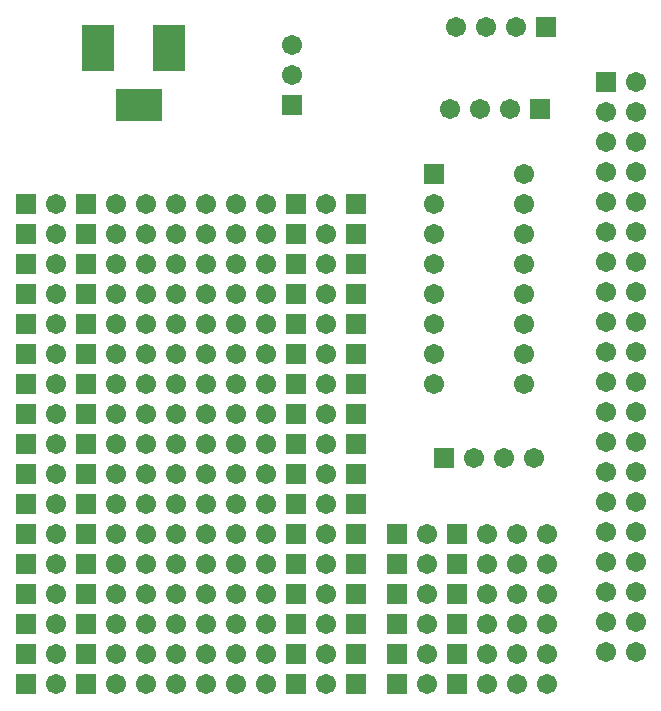
<source format=gbs>
%FSLAX44Y44*%
%MOMM*%
G71*
G01*
G75*
G04 Layer_Color=16711935*
%ADD10C,0.2000*%
%ADD11C,0.3000*%
%ADD12C,0.6000*%
%ADD13C,0.8000*%
%ADD14C,1.0000*%
%ADD15C,0.5000*%
%ADD16C,0.2032*%
%ADD17R,1.5000X1.5000*%
%ADD18C,1.5000*%
%ADD19C,0.9144*%
%ADD20R,2.5000X3.8000*%
%ADD21R,3.8000X2.5000*%
%ADD22R,1.5000X1.5000*%
%ADD23C,1.0000*%
%ADD24C,0.6096*%
%ADD25C,0.6350*%
%ADD26C,0.2500*%
%ADD27C,0.2540*%
%ADD28C,0.1540*%
%ADD29R,1.7032X1.7032*%
%ADD30C,1.7032*%
%ADD31R,2.7032X4.0032*%
%ADD32R,4.0032X2.7032*%
%ADD33R,1.7032X1.7032*%
D29*
X255000Y37000D02*
D03*
X380150Y228650D02*
D03*
X305800Y316400D02*
D03*
Y240200D02*
D03*
X26400D02*
D03*
X305800Y189400D02*
D03*
X26400Y37000D02*
D03*
Y341800D02*
D03*
X305800Y214800D02*
D03*
Y341800D02*
D03*
X26400Y189400D02*
D03*
Y316400D02*
D03*
X305800Y138600D02*
D03*
Y265600D02*
D03*
X26400Y87800D02*
D03*
Y214800D02*
D03*
X305800Y164000D02*
D03*
Y291000D02*
D03*
X26400Y62400D02*
D03*
Y367200D02*
D03*
X305800Y87800D02*
D03*
Y418000D02*
D03*
X26400Y113200D02*
D03*
Y418000D02*
D03*
X305800Y113200D02*
D03*
Y443400D02*
D03*
X26400Y265600D02*
D03*
Y392600D02*
D03*
X305800Y37000D02*
D03*
Y367200D02*
D03*
X26400Y164000D02*
D03*
Y291000D02*
D03*
X305800Y62400D02*
D03*
Y392600D02*
D03*
X26400Y138600D02*
D03*
Y443400D02*
D03*
X340600Y113200D02*
D03*
Y87800D02*
D03*
Y164000D02*
D03*
Y138600D02*
D03*
Y37000D02*
D03*
Y62400D02*
D03*
X466500Y593100D02*
D03*
X77200Y316400D02*
D03*
Y341800D02*
D03*
Y265600D02*
D03*
Y291000D02*
D03*
Y418000D02*
D03*
Y443400D02*
D03*
Y367200D02*
D03*
Y392600D02*
D03*
Y240200D02*
D03*
Y87800D02*
D03*
Y113200D02*
D03*
Y37000D02*
D03*
Y62400D02*
D03*
Y189400D02*
D03*
Y214800D02*
D03*
Y138600D02*
D03*
Y164000D02*
D03*
X391400Y138600D02*
D03*
Y87800D02*
D03*
X255000Y164000D02*
D03*
Y138600D02*
D03*
Y113200D02*
D03*
Y62400D02*
D03*
Y392600D02*
D03*
Y367200D02*
D03*
Y418000D02*
D03*
Y87800D02*
D03*
Y341800D02*
D03*
X391400Y113200D02*
D03*
Y37000D02*
D03*
Y62400D02*
D03*
X255000Y443400D02*
D03*
Y265600D02*
D03*
Y240200D02*
D03*
Y316400D02*
D03*
Y291000D02*
D03*
Y214800D02*
D03*
Y189400D02*
D03*
X391400Y164000D02*
D03*
X371900Y468900D02*
D03*
X461900Y523900D02*
D03*
D30*
X229600Y37000D02*
D03*
X204200D02*
D03*
X178800D02*
D03*
X405550Y228650D02*
D03*
X430950D02*
D03*
X456350D02*
D03*
X280400Y316400D02*
D03*
Y240200D02*
D03*
X51800D02*
D03*
X280400Y189400D02*
D03*
X51800Y37000D02*
D03*
Y341800D02*
D03*
X280400Y214800D02*
D03*
Y341800D02*
D03*
X51800Y189400D02*
D03*
Y316400D02*
D03*
X280400Y138600D02*
D03*
Y265600D02*
D03*
X51800Y87800D02*
D03*
Y214800D02*
D03*
X280400Y164000D02*
D03*
Y291000D02*
D03*
X51800Y62400D02*
D03*
Y367200D02*
D03*
X280400Y87800D02*
D03*
Y418000D02*
D03*
X51800Y113200D02*
D03*
Y418000D02*
D03*
X280400Y113200D02*
D03*
Y443400D02*
D03*
X51800Y265600D02*
D03*
Y392600D02*
D03*
X280400Y37000D02*
D03*
Y367200D02*
D03*
X51800Y164000D02*
D03*
Y291000D02*
D03*
X280400Y62400D02*
D03*
Y392600D02*
D03*
X51800Y138600D02*
D03*
Y443400D02*
D03*
X366000Y113200D02*
D03*
Y87800D02*
D03*
Y164000D02*
D03*
Y138600D02*
D03*
Y37000D02*
D03*
Y62400D02*
D03*
X251900Y578300D02*
D03*
Y552900D02*
D03*
X441100Y593100D02*
D03*
X415700D02*
D03*
X390300D02*
D03*
X102600Y316400D02*
D03*
X128000D02*
D03*
X153400D02*
D03*
X102600Y341800D02*
D03*
X128000D02*
D03*
X153400D02*
D03*
X102600Y265600D02*
D03*
X128000D02*
D03*
X153400D02*
D03*
X102600Y291000D02*
D03*
X128000D02*
D03*
X153400D02*
D03*
X102600Y418000D02*
D03*
X128000D02*
D03*
X153400D02*
D03*
X102600Y443400D02*
D03*
X128000D02*
D03*
X153400D02*
D03*
X102600Y367200D02*
D03*
X128000D02*
D03*
X153400D02*
D03*
X102600Y392600D02*
D03*
X128000D02*
D03*
X153400D02*
D03*
X102600Y240200D02*
D03*
X128000D02*
D03*
X153400D02*
D03*
X102600Y87800D02*
D03*
X128000D02*
D03*
X153400D02*
D03*
X102600Y113200D02*
D03*
X128000D02*
D03*
X153400D02*
D03*
X102600Y37000D02*
D03*
X128000D02*
D03*
X153400D02*
D03*
X102600Y62400D02*
D03*
X128000D02*
D03*
X153400D02*
D03*
X102600Y189400D02*
D03*
X128000D02*
D03*
X153400D02*
D03*
X102600Y214800D02*
D03*
X128000D02*
D03*
X153400D02*
D03*
X102600Y138600D02*
D03*
X128000D02*
D03*
X153400D02*
D03*
X102600Y164000D02*
D03*
X128000D02*
D03*
X153400D02*
D03*
X416800Y138600D02*
D03*
X442200D02*
D03*
X467600D02*
D03*
X416800Y87800D02*
D03*
X442200D02*
D03*
X467600D02*
D03*
X229600Y164000D02*
D03*
X204200D02*
D03*
X178800D02*
D03*
X229600Y138600D02*
D03*
X204200D02*
D03*
X178800D02*
D03*
X229600Y113200D02*
D03*
X204200D02*
D03*
X178800D02*
D03*
X229600Y62400D02*
D03*
X204200D02*
D03*
X178800D02*
D03*
X229600Y392600D02*
D03*
X204200D02*
D03*
X178800D02*
D03*
X229600Y367200D02*
D03*
X204200D02*
D03*
X178800D02*
D03*
X229600Y418000D02*
D03*
X204200D02*
D03*
X178800D02*
D03*
X229600Y87800D02*
D03*
X204200D02*
D03*
X178800D02*
D03*
X229600Y341800D02*
D03*
X204200D02*
D03*
X178800D02*
D03*
X416800Y113200D02*
D03*
X442200D02*
D03*
X467600D02*
D03*
X416800Y37000D02*
D03*
X442200D02*
D03*
X467600D02*
D03*
X416800Y62400D02*
D03*
X442200D02*
D03*
X467600D02*
D03*
X229600Y443400D02*
D03*
X204200D02*
D03*
X178800D02*
D03*
X229600Y265600D02*
D03*
X204200D02*
D03*
X178800D02*
D03*
X229600Y240200D02*
D03*
X204200D02*
D03*
X178800D02*
D03*
X229600Y316400D02*
D03*
X204200D02*
D03*
X178800D02*
D03*
X229600Y291000D02*
D03*
X204200D02*
D03*
X178800D02*
D03*
X229600Y214800D02*
D03*
X204200D02*
D03*
X178800D02*
D03*
X229600Y189400D02*
D03*
X204200D02*
D03*
X178800D02*
D03*
X416800Y164000D02*
D03*
X442200D02*
D03*
X467600D02*
D03*
X542700Y546300D02*
D03*
X517300Y520900D02*
D03*
X542700D02*
D03*
X517300Y495500D02*
D03*
X542700D02*
D03*
X517300Y470100D02*
D03*
X542700D02*
D03*
X517300Y444700D02*
D03*
X542700D02*
D03*
X517300Y419300D02*
D03*
X542700D02*
D03*
X517300Y393900D02*
D03*
X542700D02*
D03*
X517300Y368500D02*
D03*
X542700D02*
D03*
X517300Y343100D02*
D03*
X542700D02*
D03*
X517300Y317700D02*
D03*
X542700D02*
D03*
X517300Y292300D02*
D03*
X542700D02*
D03*
X517300Y266900D02*
D03*
X542700D02*
D03*
X517300Y241500D02*
D03*
X542700D02*
D03*
X517300Y216100D02*
D03*
X542700D02*
D03*
X517300Y190700D02*
D03*
X542700D02*
D03*
X517300Y165300D02*
D03*
X542700D02*
D03*
X517300Y139900D02*
D03*
X542700D02*
D03*
X517300Y114500D02*
D03*
X542700D02*
D03*
X517300Y89100D02*
D03*
X542700D02*
D03*
X517300Y63700D02*
D03*
X542700D02*
D03*
X371900Y443500D02*
D03*
Y418100D02*
D03*
Y392700D02*
D03*
Y367300D02*
D03*
Y341900D02*
D03*
Y316500D02*
D03*
Y291100D02*
D03*
X448100Y468900D02*
D03*
Y443500D02*
D03*
Y418100D02*
D03*
Y392700D02*
D03*
Y367300D02*
D03*
Y341900D02*
D03*
Y316500D02*
D03*
Y291100D02*
D03*
X385700Y523900D02*
D03*
X411100D02*
D03*
X436500D02*
D03*
D31*
X87500Y575500D02*
D03*
X147500D02*
D03*
D32*
X122500Y527000D02*
D03*
D33*
X251900Y527500D02*
D03*
X517300Y546300D02*
D03*
M02*

</source>
